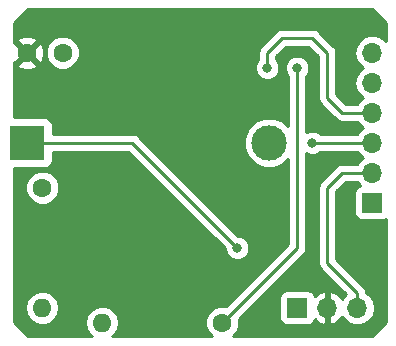
<source format=gbr>
G04 #@! TF.GenerationSoftware,KiCad,Pcbnew,(5.0.0)*
G04 #@! TF.CreationDate,2018-09-14T19:56:32-05:00*
G04 #@! TF.ProjectId,light sensitive demo,6C696768742073656E73697469766520,rev?*
G04 #@! TF.SameCoordinates,Original*
G04 #@! TF.FileFunction,Copper,L2,Bot,Signal*
G04 #@! TF.FilePolarity,Positive*
%FSLAX46Y46*%
G04 Gerber Fmt 4.6, Leading zero omitted, Abs format (unit mm)*
G04 Created by KiCad (PCBNEW (5.0.0)) date 09/14/18 19:56:32*
%MOMM*%
%LPD*%
G01*
G04 APERTURE LIST*
G04 #@! TA.AperFunction,ComponentPad*
%ADD10R,3.000000X3.000000*%
G04 #@! TD*
G04 #@! TA.AperFunction,ComponentPad*
%ADD11C,3.000000*%
G04 #@! TD*
G04 #@! TA.AperFunction,ComponentPad*
%ADD12R,1.700000X1.700000*%
G04 #@! TD*
G04 #@! TA.AperFunction,ComponentPad*
%ADD13O,1.700000X1.700000*%
G04 #@! TD*
G04 #@! TA.AperFunction,ComponentPad*
%ADD14C,1.600000*%
G04 #@! TD*
G04 #@! TA.AperFunction,ComponentPad*
%ADD15O,1.600000X1.600000*%
G04 #@! TD*
G04 #@! TA.AperFunction,ViaPad*
%ADD16C,0.800000*%
G04 #@! TD*
G04 #@! TA.AperFunction,Conductor*
%ADD17C,0.250000*%
G04 #@! TD*
G04 #@! TA.AperFunction,Conductor*
%ADD18C,0.254000*%
G04 #@! TD*
G04 APERTURE END LIST*
D10*
G04 #@! TO.P,BT1,1*
G04 #@! TO.N,Net-(BT1-Pad1)*
X146050000Y-82550000D03*
D11*
G04 #@! TO.P,BT1,2*
G04 #@! TO.N,GND*
X166540000Y-82550000D03*
G04 #@! TD*
D12*
G04 #@! TO.P,J1,1*
G04 #@! TO.N,Net-(J1-Pad1)*
X175260000Y-87630000D03*
D13*
G04 #@! TO.P,J1,2*
G04 #@! TO.N,Net-(J1-Pad2)*
X175260000Y-85090000D03*
G04 #@! TO.P,J1,3*
G04 #@! TO.N,GND*
X175260000Y-82550000D03*
G04 #@! TO.P,J1,4*
G04 #@! TO.N,Net-(J1-Pad4)*
X175260000Y-80010000D03*
G04 #@! TO.P,J1,5*
G04 #@! TO.N,Net-(J1-Pad5)*
X175260000Y-77470000D03*
G04 #@! TO.P,J1,6*
G04 #@! TO.N,Net-(J1-Pad6)*
X175260000Y-74930000D03*
G04 #@! TD*
D14*
G04 #@! TO.P,R1,1*
G04 #@! TO.N,VCC*
X146050000Y-74930000D03*
G04 #@! TO.P,R1,2*
G04 #@! TO.N,Net-(JP1-Pad1)*
X149050000Y-74930000D03*
G04 #@! TD*
D15*
G04 #@! TO.P,R2,2*
G04 #@! TO.N,GND*
X147320000Y-96520000D03*
D14*
G04 #@! TO.P,R2,1*
G04 #@! TO.N,Net-(JP1-Pad1)*
X147320000Y-86360000D03*
G04 #@! TD*
D15*
G04 #@! TO.P,R3,2*
G04 #@! TO.N,GND*
X152400000Y-97790000D03*
D14*
G04 #@! TO.P,R3,1*
G04 #@! TO.N,Net-(D1-Pad1)*
X162560000Y-97790000D03*
G04 #@! TD*
D12*
G04 #@! TO.P,SW1,1*
G04 #@! TO.N,Net-(BT1-Pad1)*
X168910000Y-96520000D03*
D13*
G04 #@! TO.P,SW1,2*
G04 #@! TO.N,VCC*
X171450000Y-96520000D03*
G04 #@! TO.P,SW1,3*
G04 #@! TO.N,Net-(J1-Pad2)*
X173990000Y-96520000D03*
G04 #@! TD*
D16*
G04 #@! TO.N,GND*
X170180000Y-82550000D03*
G04 #@! TO.N,Net-(BT1-Pad1)*
X163830000Y-91440000D03*
G04 #@! TO.N,VCC*
X162560000Y-85090000D03*
G04 #@! TO.N,Net-(J1-Pad4)*
X166370000Y-76200000D03*
G04 #@! TO.N,Net-(D1-Pad1)*
X168910000Y-76200000D03*
G04 #@! TD*
D17*
G04 #@! TO.N,GND*
X170180000Y-82550000D02*
X175260000Y-82550000D01*
G04 #@! TO.N,Net-(BT1-Pad1)*
X146050000Y-82550000D02*
X147800000Y-82550000D01*
X154940000Y-82550000D02*
X163830000Y-91440000D01*
X147800000Y-82550000D02*
X154940000Y-82550000D01*
G04 #@! TO.N,Net-(J1-Pad2)*
X172720000Y-85090000D02*
X175260000Y-85090000D01*
X171450000Y-86360000D02*
X172720000Y-85090000D01*
X171450000Y-92710000D02*
X171450000Y-86360000D01*
X173990000Y-96520000D02*
X173990000Y-95250000D01*
X173990000Y-95250000D02*
X171450000Y-92710000D01*
G04 #@! TO.N,Net-(J1-Pad4)*
X166370000Y-76200000D02*
X166370000Y-74930000D01*
X166370000Y-74930000D02*
X167640000Y-73660000D01*
X167640000Y-73660000D02*
X170180000Y-73660000D01*
X170180000Y-73660000D02*
X171450000Y-74930000D01*
X171450000Y-74930000D02*
X171450000Y-78740000D01*
X171450000Y-78740000D02*
X172720000Y-80010000D01*
X172720000Y-80010000D02*
X175260000Y-80010000D01*
G04 #@! TO.N,Net-(D1-Pad1)*
X168910000Y-91440000D02*
X162560000Y-97790000D01*
X168910000Y-76200000D02*
X168910000Y-91440000D01*
G04 #@! TD*
D18*
G04 #@! TO.N,VCC*
G36*
X174189375Y-83620625D02*
X174487761Y-83820000D01*
X174189375Y-84019375D01*
X173981822Y-84330000D01*
X172794846Y-84330000D01*
X172719999Y-84315112D01*
X172645152Y-84330000D01*
X172645148Y-84330000D01*
X172423463Y-84374096D01*
X172172071Y-84542071D01*
X172129671Y-84605527D01*
X170965528Y-85769671D01*
X170902072Y-85812071D01*
X170859672Y-85875527D01*
X170859671Y-85875528D01*
X170734097Y-86063463D01*
X170675112Y-86360000D01*
X170690001Y-86434852D01*
X170690000Y-92635153D01*
X170675112Y-92710000D01*
X170690000Y-92784847D01*
X170690000Y-92784851D01*
X170734096Y-93006536D01*
X170902071Y-93257929D01*
X170965530Y-93300331D01*
X173036387Y-95371190D01*
X172919375Y-95449375D01*
X172706157Y-95768478D01*
X172645183Y-95638642D01*
X172216924Y-95248355D01*
X171806890Y-95078524D01*
X171577000Y-95199845D01*
X171577000Y-96393000D01*
X171597000Y-96393000D01*
X171597000Y-96647000D01*
X171577000Y-96647000D01*
X171577000Y-97840155D01*
X171806890Y-97961476D01*
X172216924Y-97791645D01*
X172645183Y-97401358D01*
X172706157Y-97271522D01*
X172919375Y-97590625D01*
X173410582Y-97918839D01*
X173843744Y-98005000D01*
X174136256Y-98005000D01*
X174569418Y-97918839D01*
X175060625Y-97590625D01*
X175388839Y-97099418D01*
X175504092Y-96520000D01*
X175388839Y-95940582D01*
X175060625Y-95449375D01*
X174764577Y-95251562D01*
X174764888Y-95249999D01*
X174750000Y-95175152D01*
X174750000Y-95175148D01*
X174705904Y-94953463D01*
X174664102Y-94890902D01*
X174580329Y-94765526D01*
X174580327Y-94765524D01*
X174537929Y-94702071D01*
X174474476Y-94659673D01*
X172210000Y-92395199D01*
X172210000Y-86674801D01*
X173034802Y-85850000D01*
X173981822Y-85850000D01*
X174189375Y-86160625D01*
X174207619Y-86172816D01*
X174162235Y-86181843D01*
X173952191Y-86322191D01*
X173811843Y-86532235D01*
X173762560Y-86780000D01*
X173762560Y-88480000D01*
X173811843Y-88727765D01*
X173952191Y-88937809D01*
X174162235Y-89078157D01*
X174410000Y-89127440D01*
X176110000Y-89127440D01*
X176357765Y-89078157D01*
X176403000Y-89047932D01*
X176403000Y-97737394D01*
X175207394Y-98933000D01*
X163446396Y-98933000D01*
X163776534Y-98602862D01*
X163995000Y-98075439D01*
X163995000Y-97504561D01*
X163973103Y-97451698D01*
X165754801Y-95670000D01*
X167412560Y-95670000D01*
X167412560Y-97370000D01*
X167461843Y-97617765D01*
X167602191Y-97827809D01*
X167812235Y-97968157D01*
X168060000Y-98017440D01*
X169760000Y-98017440D01*
X170007765Y-97968157D01*
X170217809Y-97827809D01*
X170358157Y-97617765D01*
X170378739Y-97514292D01*
X170683076Y-97791645D01*
X171093110Y-97961476D01*
X171323000Y-97840155D01*
X171323000Y-96647000D01*
X171303000Y-96647000D01*
X171303000Y-96393000D01*
X171323000Y-96393000D01*
X171323000Y-95199845D01*
X171093110Y-95078524D01*
X170683076Y-95248355D01*
X170378739Y-95525708D01*
X170358157Y-95422235D01*
X170217809Y-95212191D01*
X170007765Y-95071843D01*
X169760000Y-95022560D01*
X168060000Y-95022560D01*
X167812235Y-95071843D01*
X167602191Y-95212191D01*
X167461843Y-95422235D01*
X167412560Y-95670000D01*
X165754801Y-95670000D01*
X169394473Y-92030329D01*
X169457929Y-91987929D01*
X169625904Y-91736537D01*
X169670000Y-91514852D01*
X169670000Y-91514848D01*
X169684888Y-91440001D01*
X169670000Y-91365154D01*
X169670000Y-83459027D01*
X169974126Y-83585000D01*
X170385874Y-83585000D01*
X170766280Y-83427431D01*
X170883711Y-83310000D01*
X173981822Y-83310000D01*
X174189375Y-83620625D01*
X174189375Y-83620625D01*
G37*
X174189375Y-83620625D02*
X174487761Y-83820000D01*
X174189375Y-84019375D01*
X173981822Y-84330000D01*
X172794846Y-84330000D01*
X172719999Y-84315112D01*
X172645152Y-84330000D01*
X172645148Y-84330000D01*
X172423463Y-84374096D01*
X172172071Y-84542071D01*
X172129671Y-84605527D01*
X170965528Y-85769671D01*
X170902072Y-85812071D01*
X170859672Y-85875527D01*
X170859671Y-85875528D01*
X170734097Y-86063463D01*
X170675112Y-86360000D01*
X170690001Y-86434852D01*
X170690000Y-92635153D01*
X170675112Y-92710000D01*
X170690000Y-92784847D01*
X170690000Y-92784851D01*
X170734096Y-93006536D01*
X170902071Y-93257929D01*
X170965530Y-93300331D01*
X173036387Y-95371190D01*
X172919375Y-95449375D01*
X172706157Y-95768478D01*
X172645183Y-95638642D01*
X172216924Y-95248355D01*
X171806890Y-95078524D01*
X171577000Y-95199845D01*
X171577000Y-96393000D01*
X171597000Y-96393000D01*
X171597000Y-96647000D01*
X171577000Y-96647000D01*
X171577000Y-97840155D01*
X171806890Y-97961476D01*
X172216924Y-97791645D01*
X172645183Y-97401358D01*
X172706157Y-97271522D01*
X172919375Y-97590625D01*
X173410582Y-97918839D01*
X173843744Y-98005000D01*
X174136256Y-98005000D01*
X174569418Y-97918839D01*
X175060625Y-97590625D01*
X175388839Y-97099418D01*
X175504092Y-96520000D01*
X175388839Y-95940582D01*
X175060625Y-95449375D01*
X174764577Y-95251562D01*
X174764888Y-95249999D01*
X174750000Y-95175152D01*
X174750000Y-95175148D01*
X174705904Y-94953463D01*
X174664102Y-94890902D01*
X174580329Y-94765526D01*
X174580327Y-94765524D01*
X174537929Y-94702071D01*
X174474476Y-94659673D01*
X172210000Y-92395199D01*
X172210000Y-86674801D01*
X173034802Y-85850000D01*
X173981822Y-85850000D01*
X174189375Y-86160625D01*
X174207619Y-86172816D01*
X174162235Y-86181843D01*
X173952191Y-86322191D01*
X173811843Y-86532235D01*
X173762560Y-86780000D01*
X173762560Y-88480000D01*
X173811843Y-88727765D01*
X173952191Y-88937809D01*
X174162235Y-89078157D01*
X174410000Y-89127440D01*
X176110000Y-89127440D01*
X176357765Y-89078157D01*
X176403000Y-89047932D01*
X176403000Y-97737394D01*
X175207394Y-98933000D01*
X163446396Y-98933000D01*
X163776534Y-98602862D01*
X163995000Y-98075439D01*
X163995000Y-97504561D01*
X163973103Y-97451698D01*
X165754801Y-95670000D01*
X167412560Y-95670000D01*
X167412560Y-97370000D01*
X167461843Y-97617765D01*
X167602191Y-97827809D01*
X167812235Y-97968157D01*
X168060000Y-98017440D01*
X169760000Y-98017440D01*
X170007765Y-97968157D01*
X170217809Y-97827809D01*
X170358157Y-97617765D01*
X170378739Y-97514292D01*
X170683076Y-97791645D01*
X171093110Y-97961476D01*
X171323000Y-97840155D01*
X171323000Y-96647000D01*
X171303000Y-96647000D01*
X171303000Y-96393000D01*
X171323000Y-96393000D01*
X171323000Y-95199845D01*
X171093110Y-95078524D01*
X170683076Y-95248355D01*
X170378739Y-95525708D01*
X170358157Y-95422235D01*
X170217809Y-95212191D01*
X170007765Y-95071843D01*
X169760000Y-95022560D01*
X168060000Y-95022560D01*
X167812235Y-95071843D01*
X167602191Y-95212191D01*
X167461843Y-95422235D01*
X167412560Y-95670000D01*
X165754801Y-95670000D01*
X169394473Y-92030329D01*
X169457929Y-91987929D01*
X169625904Y-91736537D01*
X169670000Y-91514852D01*
X169670000Y-91514848D01*
X169684888Y-91440001D01*
X169670000Y-91365154D01*
X169670000Y-83459027D01*
X169974126Y-83585000D01*
X170385874Y-83585000D01*
X170766280Y-83427431D01*
X170883711Y-83310000D01*
X173981822Y-83310000D01*
X174189375Y-83620625D01*
G36*
X176403000Y-72442606D02*
X176403000Y-73967692D01*
X176330625Y-73859375D01*
X175839418Y-73531161D01*
X175406256Y-73445000D01*
X175113744Y-73445000D01*
X174680582Y-73531161D01*
X174189375Y-73859375D01*
X173861161Y-74350582D01*
X173745908Y-74930000D01*
X173861161Y-75509418D01*
X174189375Y-76000625D01*
X174487761Y-76200000D01*
X174189375Y-76399375D01*
X173861161Y-76890582D01*
X173745908Y-77470000D01*
X173861161Y-78049418D01*
X174189375Y-78540625D01*
X174487761Y-78740000D01*
X174189375Y-78939375D01*
X173981822Y-79250000D01*
X173034802Y-79250000D01*
X172210000Y-78425199D01*
X172210000Y-75004846D01*
X172224888Y-74929999D01*
X172210000Y-74855152D01*
X172210000Y-74855148D01*
X172165904Y-74633463D01*
X171997929Y-74382071D01*
X171934473Y-74339671D01*
X170770331Y-73175530D01*
X170727929Y-73112071D01*
X170476537Y-72944096D01*
X170254852Y-72900000D01*
X170254847Y-72900000D01*
X170180000Y-72885112D01*
X170105153Y-72900000D01*
X167714846Y-72900000D01*
X167639999Y-72885112D01*
X167565152Y-72900000D01*
X167565148Y-72900000D01*
X167343463Y-72944096D01*
X167092071Y-73112071D01*
X167049671Y-73175527D01*
X165885528Y-74339671D01*
X165822072Y-74382071D01*
X165779672Y-74445527D01*
X165779671Y-74445528D01*
X165654097Y-74633463D01*
X165595112Y-74930000D01*
X165610001Y-75004851D01*
X165610001Y-75496288D01*
X165492569Y-75613720D01*
X165335000Y-75994126D01*
X165335000Y-76405874D01*
X165492569Y-76786280D01*
X165783720Y-77077431D01*
X166164126Y-77235000D01*
X166575874Y-77235000D01*
X166956280Y-77077431D01*
X167247431Y-76786280D01*
X167405000Y-76405874D01*
X167405000Y-75994126D01*
X167247431Y-75613720D01*
X167130000Y-75496289D01*
X167130000Y-75244801D01*
X167954802Y-74420000D01*
X169865199Y-74420000D01*
X170690000Y-75244802D01*
X170690001Y-78665148D01*
X170675112Y-78740000D01*
X170690001Y-78814852D01*
X170734097Y-79036537D01*
X170902072Y-79287929D01*
X170965528Y-79330329D01*
X172129671Y-80494473D01*
X172172071Y-80557929D01*
X172423463Y-80725904D01*
X172645148Y-80770000D01*
X172645152Y-80770000D01*
X172719999Y-80784888D01*
X172794846Y-80770000D01*
X173981822Y-80770000D01*
X174189375Y-81080625D01*
X174487761Y-81280000D01*
X174189375Y-81479375D01*
X173981822Y-81790000D01*
X170883711Y-81790000D01*
X170766280Y-81672569D01*
X170385874Y-81515000D01*
X169974126Y-81515000D01*
X169670000Y-81640973D01*
X169670000Y-76903711D01*
X169787431Y-76786280D01*
X169945000Y-76405874D01*
X169945000Y-75994126D01*
X169787431Y-75613720D01*
X169496280Y-75322569D01*
X169115874Y-75165000D01*
X168704126Y-75165000D01*
X168323720Y-75322569D01*
X168032569Y-75613720D01*
X167875000Y-75994126D01*
X167875000Y-76405874D01*
X168032569Y-76786280D01*
X168150000Y-76903711D01*
X168150000Y-81140654D01*
X167749380Y-80740034D01*
X166964678Y-80415000D01*
X166115322Y-80415000D01*
X165330620Y-80740034D01*
X164730034Y-81340620D01*
X164405000Y-82125322D01*
X164405000Y-82974678D01*
X164730034Y-83759380D01*
X165330620Y-84359966D01*
X166115322Y-84685000D01*
X166964678Y-84685000D01*
X167749380Y-84359966D01*
X168150001Y-83959345D01*
X168150001Y-91125197D01*
X162898302Y-96376897D01*
X162845439Y-96355000D01*
X162274561Y-96355000D01*
X161747138Y-96573466D01*
X161343466Y-96977138D01*
X161125000Y-97504561D01*
X161125000Y-98075439D01*
X161343466Y-98602862D01*
X161673604Y-98933000D01*
X153272311Y-98933000D01*
X153434577Y-98824577D01*
X153751740Y-98349909D01*
X153863113Y-97790000D01*
X153751740Y-97230091D01*
X153434577Y-96755423D01*
X152959909Y-96438260D01*
X152541333Y-96355000D01*
X152258667Y-96355000D01*
X151840091Y-96438260D01*
X151365423Y-96755423D01*
X151048260Y-97230091D01*
X150936887Y-97790000D01*
X151048260Y-98349909D01*
X151365423Y-98824577D01*
X151527689Y-98933000D01*
X146102606Y-98933000D01*
X144907000Y-97737394D01*
X144907000Y-96520000D01*
X145856887Y-96520000D01*
X145968260Y-97079909D01*
X146285423Y-97554577D01*
X146760091Y-97871740D01*
X147178667Y-97955000D01*
X147461333Y-97955000D01*
X147879909Y-97871740D01*
X148354577Y-97554577D01*
X148671740Y-97079909D01*
X148783113Y-96520000D01*
X148671740Y-95960091D01*
X148354577Y-95485423D01*
X147879909Y-95168260D01*
X147461333Y-95085000D01*
X147178667Y-95085000D01*
X146760091Y-95168260D01*
X146285423Y-95485423D01*
X145968260Y-95960091D01*
X145856887Y-96520000D01*
X144907000Y-96520000D01*
X144907000Y-86074561D01*
X145885000Y-86074561D01*
X145885000Y-86645439D01*
X146103466Y-87172862D01*
X146507138Y-87576534D01*
X147034561Y-87795000D01*
X147605439Y-87795000D01*
X148132862Y-87576534D01*
X148536534Y-87172862D01*
X148755000Y-86645439D01*
X148755000Y-86074561D01*
X148536534Y-85547138D01*
X148132862Y-85143466D01*
X147605439Y-84925000D01*
X147034561Y-84925000D01*
X146507138Y-85143466D01*
X146103466Y-85547138D01*
X145885000Y-86074561D01*
X144907000Y-86074561D01*
X144907000Y-84697440D01*
X147550000Y-84697440D01*
X147797765Y-84648157D01*
X148007809Y-84507809D01*
X148148157Y-84297765D01*
X148197440Y-84050000D01*
X148197440Y-83310000D01*
X154625199Y-83310000D01*
X162795000Y-91479802D01*
X162795000Y-91645874D01*
X162952569Y-92026280D01*
X163243720Y-92317431D01*
X163624126Y-92475000D01*
X164035874Y-92475000D01*
X164416280Y-92317431D01*
X164707431Y-92026280D01*
X164865000Y-91645874D01*
X164865000Y-91234126D01*
X164707431Y-90853720D01*
X164416280Y-90562569D01*
X164035874Y-90405000D01*
X163869802Y-90405000D01*
X155530331Y-82065530D01*
X155487929Y-82002071D01*
X155236537Y-81834096D01*
X155014852Y-81790000D01*
X155014847Y-81790000D01*
X154940000Y-81775112D01*
X154865153Y-81790000D01*
X148197440Y-81790000D01*
X148197440Y-81050000D01*
X148148157Y-80802235D01*
X148007809Y-80592191D01*
X147797765Y-80451843D01*
X147550000Y-80402560D01*
X144907000Y-80402560D01*
X144907000Y-75937745D01*
X145221861Y-75937745D01*
X145295995Y-76183864D01*
X145833223Y-76376965D01*
X146403454Y-76349778D01*
X146804005Y-76183864D01*
X146878139Y-75937745D01*
X146050000Y-75109605D01*
X145221861Y-75937745D01*
X144907000Y-75937745D01*
X144907000Y-75717399D01*
X145042255Y-75758139D01*
X145870395Y-74930000D01*
X146229605Y-74930000D01*
X147057745Y-75758139D01*
X147303864Y-75684005D01*
X147496965Y-75146777D01*
X147473021Y-74644561D01*
X147615000Y-74644561D01*
X147615000Y-75215439D01*
X147833466Y-75742862D01*
X148237138Y-76146534D01*
X148764561Y-76365000D01*
X149335439Y-76365000D01*
X149862862Y-76146534D01*
X150266534Y-75742862D01*
X150485000Y-75215439D01*
X150485000Y-74644561D01*
X150266534Y-74117138D01*
X149862862Y-73713466D01*
X149335439Y-73495000D01*
X148764561Y-73495000D01*
X148237138Y-73713466D01*
X147833466Y-74117138D01*
X147615000Y-74644561D01*
X147473021Y-74644561D01*
X147469778Y-74576546D01*
X147303864Y-74175995D01*
X147057745Y-74101861D01*
X146229605Y-74930000D01*
X145870395Y-74930000D01*
X145042255Y-74101861D01*
X144907000Y-74142601D01*
X144907000Y-73922255D01*
X145221861Y-73922255D01*
X146050000Y-74750395D01*
X146878139Y-73922255D01*
X146804005Y-73676136D01*
X146266777Y-73483035D01*
X145696546Y-73510222D01*
X145295995Y-73676136D01*
X145221861Y-73922255D01*
X144907000Y-73922255D01*
X144907000Y-72442606D01*
X146102606Y-71247000D01*
X175207394Y-71247000D01*
X176403000Y-72442606D01*
X176403000Y-72442606D01*
G37*
X176403000Y-72442606D02*
X176403000Y-73967692D01*
X176330625Y-73859375D01*
X175839418Y-73531161D01*
X175406256Y-73445000D01*
X175113744Y-73445000D01*
X174680582Y-73531161D01*
X174189375Y-73859375D01*
X173861161Y-74350582D01*
X173745908Y-74930000D01*
X173861161Y-75509418D01*
X174189375Y-76000625D01*
X174487761Y-76200000D01*
X174189375Y-76399375D01*
X173861161Y-76890582D01*
X173745908Y-77470000D01*
X173861161Y-78049418D01*
X174189375Y-78540625D01*
X174487761Y-78740000D01*
X174189375Y-78939375D01*
X173981822Y-79250000D01*
X173034802Y-79250000D01*
X172210000Y-78425199D01*
X172210000Y-75004846D01*
X172224888Y-74929999D01*
X172210000Y-74855152D01*
X172210000Y-74855148D01*
X172165904Y-74633463D01*
X171997929Y-74382071D01*
X171934473Y-74339671D01*
X170770331Y-73175530D01*
X170727929Y-73112071D01*
X170476537Y-72944096D01*
X170254852Y-72900000D01*
X170254847Y-72900000D01*
X170180000Y-72885112D01*
X170105153Y-72900000D01*
X167714846Y-72900000D01*
X167639999Y-72885112D01*
X167565152Y-72900000D01*
X167565148Y-72900000D01*
X167343463Y-72944096D01*
X167092071Y-73112071D01*
X167049671Y-73175527D01*
X165885528Y-74339671D01*
X165822072Y-74382071D01*
X165779672Y-74445527D01*
X165779671Y-74445528D01*
X165654097Y-74633463D01*
X165595112Y-74930000D01*
X165610001Y-75004851D01*
X165610001Y-75496288D01*
X165492569Y-75613720D01*
X165335000Y-75994126D01*
X165335000Y-76405874D01*
X165492569Y-76786280D01*
X165783720Y-77077431D01*
X166164126Y-77235000D01*
X166575874Y-77235000D01*
X166956280Y-77077431D01*
X167247431Y-76786280D01*
X167405000Y-76405874D01*
X167405000Y-75994126D01*
X167247431Y-75613720D01*
X167130000Y-75496289D01*
X167130000Y-75244801D01*
X167954802Y-74420000D01*
X169865199Y-74420000D01*
X170690000Y-75244802D01*
X170690001Y-78665148D01*
X170675112Y-78740000D01*
X170690001Y-78814852D01*
X170734097Y-79036537D01*
X170902072Y-79287929D01*
X170965528Y-79330329D01*
X172129671Y-80494473D01*
X172172071Y-80557929D01*
X172423463Y-80725904D01*
X172645148Y-80770000D01*
X172645152Y-80770000D01*
X172719999Y-80784888D01*
X172794846Y-80770000D01*
X173981822Y-80770000D01*
X174189375Y-81080625D01*
X174487761Y-81280000D01*
X174189375Y-81479375D01*
X173981822Y-81790000D01*
X170883711Y-81790000D01*
X170766280Y-81672569D01*
X170385874Y-81515000D01*
X169974126Y-81515000D01*
X169670000Y-81640973D01*
X169670000Y-76903711D01*
X169787431Y-76786280D01*
X169945000Y-76405874D01*
X169945000Y-75994126D01*
X169787431Y-75613720D01*
X169496280Y-75322569D01*
X169115874Y-75165000D01*
X168704126Y-75165000D01*
X168323720Y-75322569D01*
X168032569Y-75613720D01*
X167875000Y-75994126D01*
X167875000Y-76405874D01*
X168032569Y-76786280D01*
X168150000Y-76903711D01*
X168150000Y-81140654D01*
X167749380Y-80740034D01*
X166964678Y-80415000D01*
X166115322Y-80415000D01*
X165330620Y-80740034D01*
X164730034Y-81340620D01*
X164405000Y-82125322D01*
X164405000Y-82974678D01*
X164730034Y-83759380D01*
X165330620Y-84359966D01*
X166115322Y-84685000D01*
X166964678Y-84685000D01*
X167749380Y-84359966D01*
X168150001Y-83959345D01*
X168150001Y-91125197D01*
X162898302Y-96376897D01*
X162845439Y-96355000D01*
X162274561Y-96355000D01*
X161747138Y-96573466D01*
X161343466Y-96977138D01*
X161125000Y-97504561D01*
X161125000Y-98075439D01*
X161343466Y-98602862D01*
X161673604Y-98933000D01*
X153272311Y-98933000D01*
X153434577Y-98824577D01*
X153751740Y-98349909D01*
X153863113Y-97790000D01*
X153751740Y-97230091D01*
X153434577Y-96755423D01*
X152959909Y-96438260D01*
X152541333Y-96355000D01*
X152258667Y-96355000D01*
X151840091Y-96438260D01*
X151365423Y-96755423D01*
X151048260Y-97230091D01*
X150936887Y-97790000D01*
X151048260Y-98349909D01*
X151365423Y-98824577D01*
X151527689Y-98933000D01*
X146102606Y-98933000D01*
X144907000Y-97737394D01*
X144907000Y-96520000D01*
X145856887Y-96520000D01*
X145968260Y-97079909D01*
X146285423Y-97554577D01*
X146760091Y-97871740D01*
X147178667Y-97955000D01*
X147461333Y-97955000D01*
X147879909Y-97871740D01*
X148354577Y-97554577D01*
X148671740Y-97079909D01*
X148783113Y-96520000D01*
X148671740Y-95960091D01*
X148354577Y-95485423D01*
X147879909Y-95168260D01*
X147461333Y-95085000D01*
X147178667Y-95085000D01*
X146760091Y-95168260D01*
X146285423Y-95485423D01*
X145968260Y-95960091D01*
X145856887Y-96520000D01*
X144907000Y-96520000D01*
X144907000Y-86074561D01*
X145885000Y-86074561D01*
X145885000Y-86645439D01*
X146103466Y-87172862D01*
X146507138Y-87576534D01*
X147034561Y-87795000D01*
X147605439Y-87795000D01*
X148132862Y-87576534D01*
X148536534Y-87172862D01*
X148755000Y-86645439D01*
X148755000Y-86074561D01*
X148536534Y-85547138D01*
X148132862Y-85143466D01*
X147605439Y-84925000D01*
X147034561Y-84925000D01*
X146507138Y-85143466D01*
X146103466Y-85547138D01*
X145885000Y-86074561D01*
X144907000Y-86074561D01*
X144907000Y-84697440D01*
X147550000Y-84697440D01*
X147797765Y-84648157D01*
X148007809Y-84507809D01*
X148148157Y-84297765D01*
X148197440Y-84050000D01*
X148197440Y-83310000D01*
X154625199Y-83310000D01*
X162795000Y-91479802D01*
X162795000Y-91645874D01*
X162952569Y-92026280D01*
X163243720Y-92317431D01*
X163624126Y-92475000D01*
X164035874Y-92475000D01*
X164416280Y-92317431D01*
X164707431Y-92026280D01*
X164865000Y-91645874D01*
X164865000Y-91234126D01*
X164707431Y-90853720D01*
X164416280Y-90562569D01*
X164035874Y-90405000D01*
X163869802Y-90405000D01*
X155530331Y-82065530D01*
X155487929Y-82002071D01*
X155236537Y-81834096D01*
X155014852Y-81790000D01*
X155014847Y-81790000D01*
X154940000Y-81775112D01*
X154865153Y-81790000D01*
X148197440Y-81790000D01*
X148197440Y-81050000D01*
X148148157Y-80802235D01*
X148007809Y-80592191D01*
X147797765Y-80451843D01*
X147550000Y-80402560D01*
X144907000Y-80402560D01*
X144907000Y-75937745D01*
X145221861Y-75937745D01*
X145295995Y-76183864D01*
X145833223Y-76376965D01*
X146403454Y-76349778D01*
X146804005Y-76183864D01*
X146878139Y-75937745D01*
X146050000Y-75109605D01*
X145221861Y-75937745D01*
X144907000Y-75937745D01*
X144907000Y-75717399D01*
X145042255Y-75758139D01*
X145870395Y-74930000D01*
X146229605Y-74930000D01*
X147057745Y-75758139D01*
X147303864Y-75684005D01*
X147496965Y-75146777D01*
X147473021Y-74644561D01*
X147615000Y-74644561D01*
X147615000Y-75215439D01*
X147833466Y-75742862D01*
X148237138Y-76146534D01*
X148764561Y-76365000D01*
X149335439Y-76365000D01*
X149862862Y-76146534D01*
X150266534Y-75742862D01*
X150485000Y-75215439D01*
X150485000Y-74644561D01*
X150266534Y-74117138D01*
X149862862Y-73713466D01*
X149335439Y-73495000D01*
X148764561Y-73495000D01*
X148237138Y-73713466D01*
X147833466Y-74117138D01*
X147615000Y-74644561D01*
X147473021Y-74644561D01*
X147469778Y-74576546D01*
X147303864Y-74175995D01*
X147057745Y-74101861D01*
X146229605Y-74930000D01*
X145870395Y-74930000D01*
X145042255Y-74101861D01*
X144907000Y-74142601D01*
X144907000Y-73922255D01*
X145221861Y-73922255D01*
X146050000Y-74750395D01*
X146878139Y-73922255D01*
X146804005Y-73676136D01*
X146266777Y-73483035D01*
X145696546Y-73510222D01*
X145295995Y-73676136D01*
X145221861Y-73922255D01*
X144907000Y-73922255D01*
X144907000Y-72442606D01*
X146102606Y-71247000D01*
X175207394Y-71247000D01*
X176403000Y-72442606D01*
G04 #@! TD*
M02*

</source>
